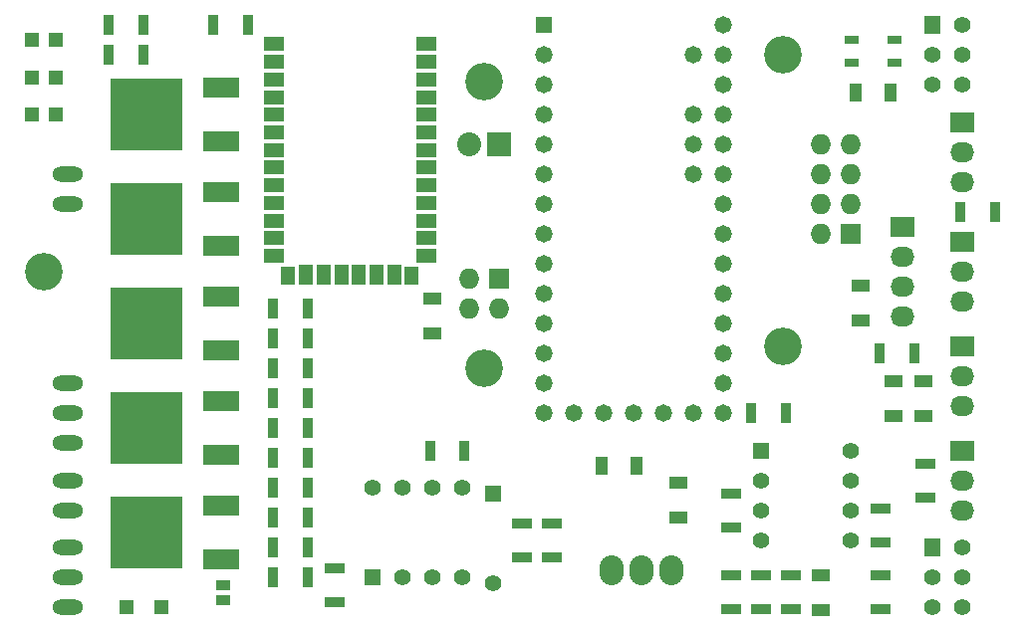
<source format=gbr>
G04 #@! TF.FileFunction,Soldermask,Top*
%FSLAX46Y46*%
G04 Gerber Fmt 4.6, Leading zero omitted, Abs format (unit mm)*
G04 Created by KiCad (PCBNEW (after 2015-mar-04 BZR unknown)-product) date 17.04.2015 12:59:35*
%MOMM*%
G01*
G04 APERTURE LIST*
%ADD10C,0.100000*%
%ADD11C,1.473200*%
%ADD12R,1.473200X1.473200*%
%ADD13R,2.032000X1.727200*%
%ADD14O,2.032000X1.727200*%
%ADD15O,2.613660X1.305560*%
%ADD16R,1.699260X1.198880*%
%ADD17R,1.198880X1.597660*%
%ADD18R,1.198880X1.699260*%
%ADD19R,1.198880X1.198880*%
%ADD20R,1.600000X1.000000*%
%ADD21O,2.032000X2.540000*%
%ADD22R,0.900000X1.700000*%
%ADD23R,3.048000X1.651000*%
%ADD24R,6.096000X6.096000*%
%ADD25R,1.397000X1.397000*%
%ADD26C,1.397000*%
%ADD27R,1.700000X0.900000*%
%ADD28R,1.727200X1.727200*%
%ADD29O,1.727200X1.727200*%
%ADD30R,2.032000X2.032000*%
%ADD31O,2.032000X2.032000*%
%ADD32R,1.270000X0.965200*%
%ADD33R,1.000000X1.600000*%
%ADD34R,1.198880X0.701040*%
%ADD35R,1.422400X1.422400*%
%ADD36C,1.422400*%
%ADD37R,1.400000X1.500000*%
%ADD38C,1.400000*%
%ADD39C,3.200000*%
G04 APERTURE END LIST*
D10*
D11*
X134620000Y-77470000D03*
X134620000Y-80010000D03*
X134620000Y-82550000D03*
X134620000Y-85090000D03*
X149860000Y-80010000D03*
X139700000Y-107950000D03*
X134620000Y-87630000D03*
X134620000Y-90170000D03*
X134620000Y-92710000D03*
X134620000Y-95250000D03*
X134620000Y-97790000D03*
X134620000Y-100330000D03*
X134620000Y-102870000D03*
X134620000Y-105410000D03*
X134620000Y-107950000D03*
X149860000Y-107950000D03*
X149860000Y-105410000D03*
X149860000Y-102870000D03*
X149860000Y-100330000D03*
X149860000Y-97790000D03*
X149860000Y-95250000D03*
X149860000Y-92710000D03*
X149860000Y-90170000D03*
X149860000Y-87630000D03*
X149860000Y-85090000D03*
X149860000Y-82550000D03*
X147320000Y-85090000D03*
X147320000Y-87630000D03*
X147320000Y-107950000D03*
X149860000Y-77470000D03*
X147320000Y-82550000D03*
D12*
X134620000Y-74930000D03*
D11*
X142240000Y-107950000D03*
X144780000Y-107950000D03*
X137160000Y-107950000D03*
X149860000Y-74930000D03*
X147320000Y-77470000D03*
D13*
X170180000Y-111125000D03*
D14*
X170180000Y-113665000D03*
X170180000Y-116205000D03*
D13*
X170180000Y-93345000D03*
D14*
X170180000Y-95885000D03*
X170180000Y-98425000D03*
D13*
X170180000Y-102235000D03*
D14*
X170180000Y-104775000D03*
X170180000Y-107315000D03*
D13*
X170180000Y-83185000D03*
D14*
X170180000Y-85725000D03*
X170180000Y-88265000D03*
D15*
X94107000Y-116205000D03*
X94107000Y-113665000D03*
D16*
X111610140Y-91549220D03*
X111610140Y-93050360D03*
X111610140Y-94548960D03*
X111610140Y-90050620D03*
X111610140Y-88549480D03*
X111610140Y-87050880D03*
X111610140Y-85549740D03*
X111610140Y-84051140D03*
X111610140Y-82550000D03*
X111610140Y-81048860D03*
X111610140Y-79550260D03*
X111610140Y-78049120D03*
X111610140Y-76550520D03*
D17*
X112859820Y-96245680D03*
D18*
X114363500Y-96199960D03*
X115862100Y-96199960D03*
X117360700Y-96199960D03*
X118859300Y-96199960D03*
X120357900Y-96199960D03*
X121856500Y-96199960D03*
D17*
X123355100Y-96248220D03*
D16*
X124609860Y-94548960D03*
X124609860Y-93050360D03*
X124609860Y-91546680D03*
X124609860Y-90050620D03*
X124609860Y-88549480D03*
X124609860Y-87050880D03*
X124609860Y-85549740D03*
X124609860Y-84051140D03*
X124609860Y-82550000D03*
X124609860Y-81048860D03*
X124609860Y-79550260D03*
X124609860Y-78049120D03*
X124609860Y-76550520D03*
D19*
X99133660Y-124460000D03*
X102034340Y-124460000D03*
D20*
X158115000Y-124690000D03*
X158115000Y-121690000D03*
D21*
X142875000Y-121285000D03*
X140335000Y-121285000D03*
X145415000Y-121285000D03*
D22*
X111580000Y-121920000D03*
X114480000Y-121920000D03*
D23*
X107188000Y-120396000D03*
D24*
X100838000Y-118110000D03*
D23*
X107188000Y-115824000D03*
D22*
X111580000Y-119380000D03*
X114480000Y-119380000D03*
X111580000Y-116840000D03*
X114480000Y-116840000D03*
D23*
X107188000Y-111506000D03*
D24*
X100838000Y-109220000D03*
D23*
X107188000Y-106934000D03*
X107188000Y-102616000D03*
D24*
X100838000Y-100330000D03*
D23*
X107188000Y-98044000D03*
X107188000Y-93726000D03*
D24*
X100838000Y-91440000D03*
D23*
X107188000Y-89154000D03*
X107188000Y-84836000D03*
D24*
X100838000Y-82550000D03*
D23*
X107188000Y-80264000D03*
D22*
X111580000Y-114300000D03*
X114480000Y-114300000D03*
X111580000Y-111760000D03*
X114480000Y-111760000D03*
X111580000Y-109220000D03*
X114480000Y-109220000D03*
X111580000Y-106680000D03*
X114480000Y-106680000D03*
X111580000Y-104140000D03*
X114480000Y-104140000D03*
X111580000Y-101600000D03*
X114480000Y-101600000D03*
X111580000Y-99060000D03*
X114480000Y-99060000D03*
D25*
X120015000Y-121920000D03*
D26*
X122555000Y-121920000D03*
X125095000Y-121920000D03*
X127635000Y-121920000D03*
X127635000Y-114300000D03*
X125095000Y-114300000D03*
X122555000Y-114300000D03*
X120015000Y-114300000D03*
D22*
X124915000Y-111125000D03*
X127815000Y-111125000D03*
D27*
X116840000Y-124005000D03*
X116840000Y-121105000D03*
X132715000Y-117295000D03*
X132715000Y-120195000D03*
X135255000Y-120195000D03*
X135255000Y-117295000D03*
X167005000Y-112215000D03*
X167005000Y-115115000D03*
D28*
X160655000Y-92710000D03*
D29*
X158115000Y-92710000D03*
X160655000Y-90170000D03*
X158115000Y-90170000D03*
X160655000Y-87630000D03*
X158115000Y-87630000D03*
X160655000Y-85090000D03*
X158115000Y-85090000D03*
D25*
X153035000Y-111125000D03*
D26*
X153035000Y-113665000D03*
X153035000Y-116205000D03*
X153035000Y-118745000D03*
X160655000Y-118745000D03*
X160655000Y-116205000D03*
X160655000Y-113665000D03*
X160655000Y-111125000D03*
D22*
X155120000Y-107950000D03*
X152220000Y-107950000D03*
D27*
X163195000Y-116025000D03*
X163195000Y-118925000D03*
X150495000Y-117655000D03*
X150495000Y-114755000D03*
X163195000Y-121740000D03*
X163195000Y-124640000D03*
D28*
X130810000Y-96520000D03*
D29*
X130810000Y-99060000D03*
X128270000Y-96520000D03*
X128270000Y-99060000D03*
D13*
X165100000Y-92075000D03*
D14*
X165100000Y-94615000D03*
X165100000Y-97155000D03*
X165100000Y-99695000D03*
D30*
X130810000Y-85090000D03*
D31*
X128270000Y-85090000D03*
D22*
X109400000Y-74930000D03*
X106500000Y-74930000D03*
X100510000Y-77470000D03*
X97610000Y-77470000D03*
X100510000Y-74930000D03*
X97610000Y-74930000D03*
X172900000Y-90805000D03*
X170000000Y-90805000D03*
D19*
X93124020Y-82550000D03*
X91025980Y-82550000D03*
X93124020Y-76200000D03*
X91025980Y-76200000D03*
X93124020Y-79375000D03*
X91025980Y-79375000D03*
D32*
X107315000Y-123825000D03*
X107315000Y-122555000D03*
D27*
X150495000Y-121740000D03*
X150495000Y-124640000D03*
X153035000Y-121740000D03*
X153035000Y-124640000D03*
X155575000Y-124640000D03*
X155575000Y-121740000D03*
D33*
X161060000Y-80645000D03*
X164060000Y-80645000D03*
D20*
X166878000Y-105180000D03*
X166878000Y-108180000D03*
X125095000Y-98195000D03*
X125095000Y-101195000D03*
X161544000Y-97052000D03*
X161544000Y-100052000D03*
X146050000Y-116816000D03*
X146050000Y-113816000D03*
D33*
X139470000Y-112395000D03*
X142470000Y-112395000D03*
D20*
X164338000Y-105180000D03*
X164338000Y-108180000D03*
D22*
X166042000Y-102870000D03*
X163142000Y-102870000D03*
D34*
X160710880Y-78105000D03*
X164409120Y-78105000D03*
X160710880Y-76200000D03*
X164409120Y-76200000D03*
D35*
X130302000Y-114808000D03*
D36*
X130302000Y-122428000D03*
D15*
X94107000Y-124460000D03*
X94107000Y-121920000D03*
X94107000Y-119380000D03*
X94107000Y-110490000D03*
X94107000Y-107950000D03*
X94107000Y-105410000D03*
X94107000Y-90170000D03*
X94107000Y-87630000D03*
D37*
X167640000Y-74930000D03*
D38*
X170180000Y-74930000D03*
X167640000Y-77470000D03*
X170180000Y-77470000D03*
X167640000Y-80010000D03*
X170180000Y-80010000D03*
D37*
X167640000Y-119380000D03*
D38*
X170180000Y-119380000D03*
X167640000Y-121920000D03*
X170180000Y-121920000D03*
X167640000Y-124460000D03*
X170180000Y-124460000D03*
D39*
X129540000Y-79756000D03*
X154940000Y-77470000D03*
X92075000Y-95885000D03*
X154940000Y-102235000D03*
X129540000Y-104140000D03*
M02*

</source>
